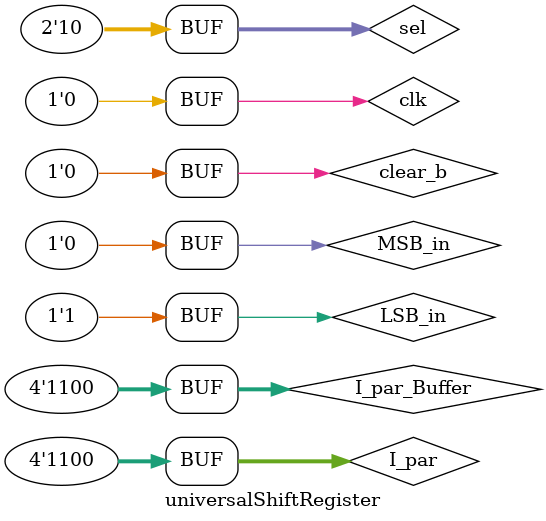
<source format=v>
`timescale 1ns / 1ps

module universalShiftRegister(
        //input [1:0] sel,
        //input MSB_in,
        //input LSB_in,
        //input clk,
        //input clear_b,
        //input [3:0] I_par,
        //output [3:0] A_par
    );
wire Y3,Y2,Y1,Y0;
reg [1:0]sel = 2'b00;
reg clk = 0;
reg clear_b = 0;
reg [3:0] I_par_Buffer = 4'd12;
wire [3:0]I_par;
reg MSB_in = 1'b0;
reg LSB_in = 1'b0;
wire [3:0] A_par;
assign I_par = I_par_Buffer;
initial
begin
       #10 clk = 1;
       #10 clk = 0;
       #10 clk = 1; sel = 2'b00;
       #10 clk = 0;
       #10 clk = 1;
       #10 clk = 0; sel = 2'b01;
       #10 clk = 1; MSB_in = 1;
       #10 clk = 0;
       #10 clk = 1; LSB_in = 1;
       #10 clk = 0;
       #10 clk = 1;sel = 2'b10;
       #10 clk = 0;
       #10 clk = 1;
       #10 clk = 0;
       #10 clk = 1;
       #10 clk = 0;
       #10 clk = 1;sel = 2'b11;
       #10 clk = 0;
       #10 clk = 1;
       #10 clk = 0;
       #10 clk = 1;
       #10 clk = 0;
       #10 clk = 1; clear_b = 1; MSB_in = 1;
       #10 clk = 0;
       #10 clk = 1;
       #10 clk = 0;
       #10 clk = 1;
       #10 clk = 0;
       #10 clk = 1; sel = 2'b01;
       #10 clk = 0;
       #10 clk = 1;
       #10 clk = 0;
       #10 clk = 1;
       #10 clk = 0;
       #10 clk = 1;
       #10 clk = 0; sel = 2'b10;
       #10 clk = 1;  
       #10 clk = 0;
       #10 clk = 1;
       #10 clk = 0;
       #10 clk = 1;MSB_in = 0; clear_b = 0; sel = 2'b10;
       #10 clk = 0;
       #10 clk = 1;
       #10 clk = 0;
       #10 clk = 1; clear_b = 1; MSB_in = 1;
       #10 clk = 0;
       #10 clk = 1;
       #10 clk = 0;
       #10 clk = 1;
       #10 clk = 0;
       #10 clk = 1;
       #10 clk = 0; clear_b = 0; MSB_in = 0;
       #10 clk = 1;
       #10 clk = 0;
       #10 clk = 1;
       #10 clk = 0;
       #10 clk = 1;
       #10 clk = 0;
       #10 clk = 1;
       #10 clk = 0;
       #10 clk = 1;
       #10 clk = 0;
       #10 clk = 1;
       #10 clk = 0;
       #10 clk = 1;
       #10 clk = 0;
       #10 clk = 1;
       #10 clk = 0;
       #10 clk = 1;
       #10 clk = 0;
       #10 clk = 1;
       #10 clk = 0;
end
D_FIFO FF3(.clk(clk),.reset_b(clear_b),.D(Y3),.Q(A_par[3]));
D_FIFO FF2(.clk(clk),.reset_b(clear_b),.D(Y2),.Q(A_par[2]));
D_FIFO FF1(.clk(clk),.reset_b(clear_b),.D(Y1),.Q(A_par[1]));
D_FIFO FF0(.clk(clk),.reset_b(clear_b),.D(Y0),.Q(A_par[0]));

mux_4_1 MUX3(.sel(sel),.I0(A_par[3]),.I1(MSB_in),.I2(A_par[2]),.I3(I_par[3]),.Y(Y3));
mux_4_1 MUX2(.sel(sel),.I0(A_par[2]),.I1(A_par[3]),.I2(A_par[1]),.I3(I_par[2]),.Y(Y2));
mux_4_1 MUX1(.sel(sel),.I0(A_par[1]),.I1(A_par[2]),.I2(A_par[0]),.I3(I_par[1]),.Y(Y1));
mux_4_1 MUX0(.sel(sel),.I0(A_par[0]),.I1(A_par[1]),.I2(LSB_in),.I3(I_par[0]),.Y(Y0));
endmodule

</source>
